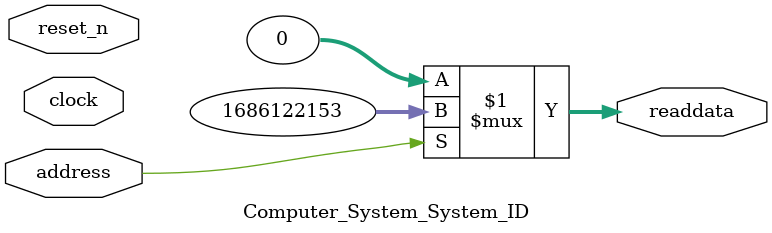
<source format=v>



// synthesis translate_off
`timescale 1ns / 1ps
// synthesis translate_on

// turn off superfluous verilog processor warnings 
// altera message_level Level1 
// altera message_off 10034 10035 10036 10037 10230 10240 10030 

module Computer_System_System_ID (
               // inputs:
                address,
                clock,
                reset_n,

               // outputs:
                readdata
             )
;

  output  [ 31: 0] readdata;
  input            address;
  input            clock;
  input            reset_n;

  wire    [ 31: 0] readdata;
  //control_slave, which is an e_avalon_slave
  assign readdata = address ? 1686122153 : 0;

endmodule



</source>
